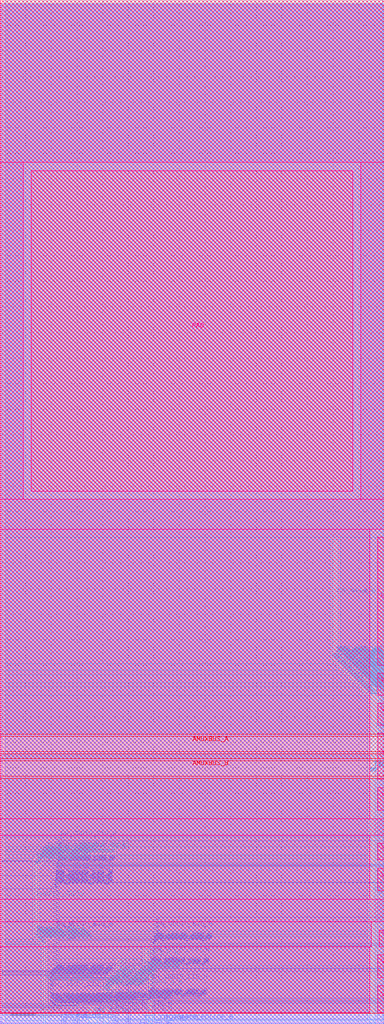
<source format=lef>
# Copyright 2020 The SkyWater PDK Authors
#
# Licensed under the Apache License, Version 2.0 (the "License");
# you may not use this file except in compliance with the License.
# You may obtain a copy of the License at
#
#     https://www.apache.org/licenses/LICENSE-2.0
#
# Unless required by applicable law or agreed to in writing, software
# distributed under the License is distributed on an "AS IS" BASIS,
# WITHOUT WARRANTIES OR CONDITIONS OF ANY KIND, either express or implied.
# See the License for the specific language governing permissions and
# limitations under the License.
#
# SPDX-License-Identifier: Apache-2.0

VERSION 5.7 ;
  NOWIREEXTENSIONATPIN ON ;
  DIVIDERCHAR "/" ;
  BUSBITCHARS "[]" ;
MACRO sky130_fd_io__top_xres4v2
  CLASS BLOCK ;
  FOREIGN sky130_fd_io__top_xres4v2 ;
  ORIGIN  0.000000  0.000000 ;
  SIZE  75.00000 BY  200.0000 ;
  SYMMETRY R90 ;
  PIN AMUXBUS_A
    DIRECTION INOUT ;
    USE SIGNAL ;
    PORT
      LAYER met4 ;
        RECT 0.000000 53.125000 75.000000 56.105000 ;
    END
  END AMUXBUS_A
  PIN AMUXBUS_B
    DIRECTION INOUT ;
    USE SIGNAL ;
    PORT
      LAYER met4 ;
        RECT 0.000000 48.365000 75.000000 51.345000 ;
    END
  END AMUXBUS_B
  PIN DISABLE_PULLUP_H
    DIRECTION INPUT ;
    USE SIGNAL ;
    PORT
      LAYER met2 ;
        RECT 32.760000 0.000000 33.020000 0.640000 ;
    END
  END DISABLE_PULLUP_H
  PIN ENABLE_H
    DIRECTION INPUT ;
    USE SIGNAL ;
    PORT
      LAYER met2 ;
        RECT 12.285000 0.000000 12.545000 1.470000 ;
    END
  END ENABLE_H
  PIN ENABLE_VDDIO
    DIRECTION INPUT ;
    USE SIGNAL ;
    PORT
      LAYER met3 ;
        RECT 6.775000 16.895000 7.290000 17.410000 ;
    END
    PORT
      LAYER met3 ;
        RECT 6.775000 17.410000 7.295000 31.400000 ;
    END
    PORT
      LAYER met3 ;
        RECT 6.775000 17.410000 7.400000 17.515000 ;
    END
    PORT
      LAYER met3 ;
        RECT 6.775000 17.515000 7.295000 17.620000 ;
    END
    PORT
      LAYER met3 ;
        RECT 6.775000 17.620000 7.295000 31.295000 ;
    END
    PORT
      LAYER met3 ;
        RECT 6.775000 31.400000 7.400000 31.505000 ;
    END
    PORT
      LAYER met3 ;
        RECT 6.775000 31.505000 7.150000 31.880000 ;
    END
    PORT
      LAYER met3 ;
        RECT 6.840000 17.345000 7.505000 17.410000 ;
    END
    PORT
      LAYER met3 ;
        RECT 6.925000 31.505000 7.505000 31.655000 ;
    END
    PORT
      LAYER met3 ;
        RECT 7.150000 31.880000 7.865000 32.595000 ;
    END
    PORT
      LAYER met3 ;
        RECT 7.290000 16.445000 7.740000 16.895000 ;
    END
    PORT
      LAYER met3 ;
        RECT 7.290000 16.895000 7.870000 17.045000 ;
    END
    PORT
      LAYER met3 ;
        RECT 7.295000 17.045000 7.870000 17.620000 ;
    END
    PORT
      LAYER met3 ;
        RECT 7.295000 31.295000 7.880000 31.880000 ;
    END
    PORT
      LAYER met3 ;
        RECT 7.375000 31.955000 7.955000 32.105000 ;
    END
    PORT
      LAYER met3 ;
        RECT 7.440000 16.745000 8.020000 16.895000 ;
    END
    PORT
      LAYER met3 ;
        RECT 7.525000 32.105000 8.105000 32.255000 ;
    END
    PORT
      LAYER met3 ;
        RECT 7.675000 32.255000 8.255000 32.405000 ;
    END
    PORT
      LAYER met3 ;
        RECT 7.740000 15.995000 8.190000 16.445000 ;
    END
    PORT
      LAYER met3 ;
        RECT 7.865000 32.595000 8.450000 33.180000 ;
    END
    PORT
      LAYER met3 ;
        RECT 7.870000 16.585000 8.330000 17.045000 ;
    END
    PORT
      LAYER met3 ;
        RECT 7.880000 31.880000 8.595000 32.595000 ;
    END
    PORT
      LAYER met3 ;
        RECT 7.890000 16.295000 8.470000 16.445000 ;
    END
    PORT
      LAYER met3 ;
        RECT 8.125000 32.705000 8.705000 32.855000 ;
    END
    PORT
      LAYER met3 ;
        RECT 8.190000 15.785000 8.400000 15.995000 ;
    END
    PORT
      LAYER met3 ;
        RECT 8.275000 32.855000 8.855000 33.005000 ;
    END
    PORT
      LAYER met3 ;
        RECT 8.330000 15.995000 8.920000 16.585000 ;
    END
    PORT
      LAYER met3 ;
        RECT 8.400000 0.000000 8.920000 15.785000 ;
    END
    PORT
      LAYER met3 ;
        RECT 8.400000 1.135000 8.920000 15.995000 ;
    END
    PORT
      LAYER met3 ;
        RECT 8.450000 33.180000 8.970000 33.700000 ;
    END
    PORT
      LAYER met3 ;
        RECT 8.595000 32.595000 9.180000 33.180000 ;
    END
    PORT
      LAYER met3 ;
        RECT 8.815000 33.395000 22.275000 33.545000 ;
    END
    PORT
      LAYER met3 ;
        RECT 8.970000 33.700000 9.395000 34.125000 ;
    END
    PORT
      LAYER met3 ;
        RECT 9.115000 33.695000 22.275000 33.845000 ;
    END
    PORT
      LAYER met3 ;
        RECT 9.180000 33.180000 9.395000 33.395000 ;
    END
    PORT
      LAYER met3 ;
        RECT 9.395000 33.995000 22.275000 34.125000 ;
    END
  END ENABLE_VDDIO
  PIN EN_VDDIO_SIG_H
    DIRECTION INPUT ;
    USE SIGNAL ;
    PORT
      LAYER met2 ;
        RECT 10.035000 3.905000 10.350000 4.220000 ;
    END
    PORT
      LAYER met2 ;
        RECT 10.045000 4.220000 10.405000 4.580000 ;
    END
    PORT
      LAYER met2 ;
        RECT 10.085000 9.250000 10.385000 9.320000 ;
    END
    PORT
      LAYER met2 ;
        RECT 10.140000 4.115000 10.440000 4.185000 ;
    END
    PORT
      LAYER met2 ;
        RECT 10.165000 9.400000 10.495000 9.730000 ;
    END
    PORT
      LAYER met2 ;
        RECT 10.210000 4.045000 10.510000 4.115000 ;
    END
    PORT
      LAYER met2 ;
        RECT 10.295000 9.460000 10.595000 9.530000 ;
    END
    PORT
      LAYER met2 ;
        RECT 10.335000 9.200000 10.535000 9.400000 ;
    END
    PORT
      LAYER met2 ;
        RECT 10.350000 3.575000 10.680000 3.905000 ;
    END
    PORT
      LAYER met2 ;
        RECT 10.365000 9.530000 10.665000 9.600000 ;
    END
    PORT
      LAYER met2 ;
        RECT 10.405000 3.930000 10.695000 4.220000 ;
    END
    PORT
      LAYER met2 ;
        RECT 10.420000 3.835000 10.720000 3.905000 ;
    END
    PORT
      LAYER met2 ;
        RECT 10.490000 3.765000 10.790000 3.835000 ;
    END
    PORT
      LAYER met2 ;
        RECT 10.495000 9.730000 10.865000 10.100000 ;
    END
    PORT
      LAYER met2 ;
        RECT 10.535000 9.400000 10.865000 9.730000 ;
    END
    PORT
      LAYER met2 ;
        RECT 10.575000 9.740000 10.875000 9.810000 ;
    END
    PORT
      LAYER met2 ;
        RECT 10.645000 9.810000 10.945000 9.880000 ;
    END
    PORT
      LAYER met2 ;
        RECT 10.650000 26.610000 10.865000 26.825000 ;
    END
    PORT
      LAYER met2 ;
        RECT 10.650000 26.825000 11.125000 27.085000 ;
    END
    PORT
      LAYER met2 ;
        RECT 10.650000 27.085000 10.910000 28.005000 ;
    END
    PORT
      LAYER met2 ;
        RECT 10.650000 27.085000 11.055000 27.155000 ;
    END
    PORT
      LAYER met2 ;
        RECT 10.650000 27.155000 10.985000 27.225000 ;
    END
    PORT
      LAYER met2 ;
        RECT 10.650000 27.295000 10.910000 27.300000 ;
    END
    PORT
      LAYER met2 ;
        RECT 10.650000 27.300000 10.910000 27.935000 ;
    END
    PORT
      LAYER met2 ;
        RECT 10.650000 28.005000 10.980000 28.075000 ;
    END
    PORT
      LAYER met2 ;
        RECT 10.650000 28.075000 11.050000 28.145000 ;
    END
    PORT
      LAYER met2 ;
        RECT 10.650000 28.150000 11.125000 28.410000 ;
    END
    PORT
      LAYER met2 ;
        RECT 10.650000 28.410000 10.865000 28.625000 ;
    END
    PORT
      LAYER met2 ;
        RECT 10.655000 26.820000 11.125000 26.825000 ;
    END
    PORT
      LAYER met2 ;
        RECT 10.680000 3.435000 10.820000 3.575000 ;
    END
    PORT
      LAYER met2 ;
        RECT 10.680000 3.575000 15.025000 3.645000 ;
    END
    PORT
      LAYER met2 ;
        RECT 10.695000 3.695000 10.930000 3.930000 ;
    END
    PORT
      LAYER met2 ;
        RECT 10.715000 9.880000 11.015000 9.950000 ;
    END
    PORT
      LAYER met2 ;
        RECT 10.720000 28.410000 11.125000 28.480000 ;
    END
    PORT
      LAYER met2 ;
        RECT 10.725000 26.750000 11.125000 26.820000 ;
    END
    PORT
      LAYER met2 ;
        RECT 10.790000 28.480000 11.125000 28.550000 ;
    END
    PORT
      LAYER met2 ;
        RECT 10.820000 3.435000 14.885000 3.695000 ;
    END
    PORT
      LAYER met2 ;
        RECT 10.865000 10.045000 11.125000 10.100000 ;
    END
    PORT
      LAYER met2 ;
        RECT 10.865000 10.100000 11.125000 26.610000 ;
    END
    PORT
      LAYER met2 ;
        RECT 10.865000 28.150000 11.125000 31.140000 ;
    END
    PORT
      LAYER met2 ;
        RECT 10.865000 28.620000 11.125000 28.625000 ;
    END
    PORT
      LAYER met2 ;
        RECT 10.865000 28.625000 11.125000 31.085000 ;
    END
    PORT
      LAYER met2 ;
        RECT 10.865000 31.140000 11.180000 31.195000 ;
    END
    PORT
      LAYER met2 ;
        RECT 10.865000 31.195000 11.125000 31.455000 ;
    END
    PORT
      LAYER met2 ;
        RECT 10.865000 9.730000 11.125000 9.990000 ;
    END
    PORT
      LAYER met2 ;
        RECT 10.865000 9.990000 11.125000 27.085000 ;
    END
    PORT
      LAYER met2 ;
        RECT 10.910000 27.085000 11.125000 27.300000 ;
    END
    PORT
      LAYER met2 ;
        RECT 10.910000 27.935000 11.125000 28.150000 ;
    END
    PORT
      LAYER met2 ;
        RECT 11.005000 31.265000 11.305000 31.335000 ;
    END
    PORT
      LAYER met2 ;
        RECT 11.125000 31.085000 11.270000 31.230000 ;
    END
    PORT
      LAYER met2 ;
        RECT 11.125000 31.455000 11.260000 31.590000 ;
    END
    PORT
      LAYER met2 ;
        RECT 11.260000 31.480000 11.520000 36.020000 ;
    END
    PORT
      LAYER met2 ;
        RECT 11.260000 31.535000 11.520000 31.590000 ;
    END
    PORT
      LAYER met2 ;
        RECT 11.260000 36.020000 12.150000 36.280000 ;
    END
    PORT
      LAYER met2 ;
        RECT 11.270000 31.230000 11.495000 31.455000 ;
    END
    PORT
      LAYER met2 ;
        RECT 11.495000 31.455000 11.520000 31.480000 ;
    END
    PORT
      LAYER met2 ;
        RECT 14.775000 3.695000 14.875000 3.795000 ;
    END
    PORT
      LAYER met2 ;
        RECT 14.875000 3.795000 15.145000 4.065000 ;
    END
    PORT
      LAYER met2 ;
        RECT 14.885000 3.435000 15.245000 3.795000 ;
    END
    PORT
      LAYER met2 ;
        RECT 14.985000 3.835000 15.285000 3.905000 ;
    END
    PORT
      LAYER met2 ;
        RECT 15.055000 3.905000 15.355000 3.975000 ;
    END
    PORT
      LAYER met2 ;
        RECT 15.145000 4.065000 15.515000 4.435000 ;
    END
    PORT
      LAYER met2 ;
        RECT 15.245000 3.795000 15.515000 4.065000 ;
    END
    PORT
      LAYER met2 ;
        RECT 15.265000 4.115000 15.565000 4.185000 ;
    END
    PORT
      LAYER met2 ;
        RECT 15.335000 4.185000 15.635000 4.255000 ;
    END
    PORT
      LAYER met2 ;
        RECT 15.405000 4.255000 15.705000 4.325000 ;
    END
    PORT
      LAYER met2 ;
        RECT 15.515000 4.065000 15.885000 4.435000 ;
    END
    PORT
      LAYER met2 ;
        RECT 15.515000 4.435000 15.885000 4.805000 ;
    END
    PORT
      LAYER met2 ;
        RECT 15.615000 4.465000 15.915000 4.535000 ;
    END
    PORT
      LAYER met2 ;
        RECT 15.695000 4.545000 28.765000 4.615000 ;
    END
    PORT
      LAYER met2 ;
        RECT 15.765000 4.615000 28.835000 4.685000 ;
    END
    PORT
      LAYER met2 ;
        RECT 15.885000 4.435000 15.995000 4.545000 ;
    END
    PORT
      LAYER met2 ;
        RECT 15.885000 4.755000 28.975000 4.805000 ;
    END
    PORT
      LAYER met2 ;
        RECT 22.060000 4.245000 22.360000 4.545000 ;
    END
    PORT
      LAYER met2 ;
        RECT 22.065000 4.540000 22.940000 4.545000 ;
    END
    PORT
      LAYER met2 ;
        RECT 22.135000 4.470000 22.870000 4.540000 ;
    END
    PORT
      LAYER met2 ;
        RECT 22.205000 4.400000 22.800000 4.470000 ;
    END
    PORT
      LAYER met2 ;
        RECT 22.345000 4.260000 22.660000 4.330000 ;
    END
    PORT
      LAYER met2 ;
        RECT 22.350000 4.255000 22.660000 4.260000 ;
    END
    PORT
      LAYER met2 ;
        RECT 22.360000 0.000000 22.660000 4.245000 ;
    END
    PORT
      LAYER met2 ;
        RECT 22.360000 1.170000 22.660000 4.805000 ;
    END
    PORT
      LAYER met2 ;
        RECT 22.660000 4.260000 22.945000 4.545000 ;
    END
    PORT
      LAYER met2 ;
        RECT 28.655000 4.805000 28.755000 4.905000 ;
    END
    PORT
      LAYER met2 ;
        RECT 28.755000 4.905000 29.080000 5.230000 ;
    END
    PORT
      LAYER met2 ;
        RECT 28.765000 4.545000 29.125000 4.905000 ;
    END
    PORT
      LAYER met2 ;
        RECT 28.865000 4.945000 29.165000 5.015000 ;
    END
    PORT
      LAYER met2 ;
        RECT 28.935000 5.015000 29.235000 5.085000 ;
    END
    PORT
      LAYER met2 ;
        RECT 29.005000 5.085000 29.305000 5.155000 ;
    END
    PORT
      LAYER met2 ;
        RECT 29.080000 5.230000 29.320000 5.470000 ;
    END
    PORT
      LAYER met2 ;
        RECT 29.125000 4.905000 29.450000 5.230000 ;
    END
    PORT
      LAYER met2 ;
        RECT 29.320000 11.030000 29.635000 11.085000 ;
    END
    PORT
      LAYER met2 ;
        RECT 29.320000 11.085000 29.400000 11.165000 ;
    END
    PORT
      LAYER met2 ;
        RECT 29.320000 5.360000 29.580000 11.030000 ;
    END
    PORT
      LAYER met2 ;
        RECT 29.320000 5.415000 29.580000 5.470000 ;
    END
    PORT
      LAYER met2 ;
        RECT 29.320000 5.470000 29.580000 10.975000 ;
    END
    PORT
      LAYER met2 ;
        RECT 29.400000 11.165000 29.770000 11.535000 ;
    END
    PORT
      LAYER met2 ;
        RECT 29.450000 5.230000 29.580000 5.360000 ;
    END
    PORT
      LAYER met2 ;
        RECT 29.530000 11.225000 29.830000 11.295000 ;
    END
    PORT
      LAYER met2 ;
        RECT 29.580000 10.975000 29.770000 11.165000 ;
    END
    PORT
      LAYER met2 ;
        RECT 29.600000 11.295000 29.900000 11.365000 ;
    END
    PORT
      LAYER met2 ;
        RECT 29.770000 11.165000 30.030000 11.425000 ;
    END
    PORT
      LAYER met2 ;
        RECT 29.770000 11.425000 30.030000 15.700000 ;
    END
    PORT
      LAYER met2 ;
        RECT 29.770000 11.480000 30.030000 11.535000 ;
    END
    PORT
      LAYER met2 ;
        RECT 29.770000 11.535000 30.030000 15.645000 ;
    END
    PORT
      LAYER met2 ;
        RECT 29.770000 15.700000 30.085000 15.755000 ;
    END
    PORT
      LAYER met2 ;
        RECT 29.770000 15.755000 29.995000 15.980000 ;
    END
    PORT
      LAYER met2 ;
        RECT 29.840000 15.755000 30.140000 15.825000 ;
    END
    PORT
      LAYER met2 ;
        RECT 29.910000 15.825000 30.210000 15.895000 ;
    END
    PORT
      LAYER met2 ;
        RECT 29.995000 15.980000 30.365000 16.350000 ;
    END
    PORT
      LAYER met2 ;
        RECT 30.030000 15.645000 30.365000 15.980000 ;
    END
    PORT
      LAYER met2 ;
        RECT 30.120000 16.035000 30.420000 16.105000 ;
    END
    PORT
      LAYER met2 ;
        RECT 30.190000 16.105000 30.490000 16.175000 ;
    END
    PORT
      LAYER met2 ;
        RECT 30.365000 15.980000 30.625000 16.240000 ;
    END
    PORT
      LAYER met2 ;
        RECT 30.365000 16.240000 30.625000 16.350000 ;
    END
    PORT
      LAYER met2 ;
        RECT 30.365000 16.350000 30.625000 20.495000 ;
    END
    PORT
      LAYER met2 ;
        RECT 9.735000 4.220000 10.035000 4.520000 ;
    END
    PORT
      LAYER met2 ;
        RECT 9.735000 4.520000 10.050000 4.575000 ;
    END
    PORT
      LAYER met2 ;
        RECT 9.735000 4.520000 9.995000 8.915000 ;
    END
    PORT
      LAYER met2 ;
        RECT 9.735000 4.575000 9.995000 4.630000 ;
    END
    PORT
      LAYER met2 ;
        RECT 9.735000 4.630000 9.995000 8.860000 ;
    END
    PORT
      LAYER met2 ;
        RECT 9.735000 8.915000 10.050000 8.970000 ;
    END
    PORT
      LAYER met2 ;
        RECT 9.735000 8.970000 9.965000 9.200000 ;
    END
    PORT
      LAYER met2 ;
        RECT 9.790000 4.465000 10.105000 4.520000 ;
    END
    PORT
      LAYER met2 ;
        RECT 9.805000 8.970000 10.105000 9.040000 ;
    END
    PORT
      LAYER met2 ;
        RECT 9.860000 4.395000 10.160000 4.465000 ;
    END
    PORT
      LAYER met2 ;
        RECT 9.875000 9.040000 10.175000 9.110000 ;
    END
    PORT
      LAYER met2 ;
        RECT 9.930000 4.325000 10.230000 4.395000 ;
    END
    PORT
      LAYER met2 ;
        RECT 9.965000 9.200000 10.165000 9.400000 ;
    END
    PORT
      LAYER met2 ;
        RECT 9.995000 8.860000 10.335000 9.200000 ;
    END
  END EN_VDDIO_SIG_H
  PIN FILT_IN_H
    DIRECTION INPUT ;
    USE SIGNAL ;
    PORT
      LAYER met3 ;
        RECT 20.075000 0.000000 21.225000 6.670000 ;
    END
    PORT
      LAYER met3 ;
        RECT 20.075000 3.410000 21.225000 6.820000 ;
    END
    PORT
      LAYER met3 ;
        RECT 20.075000 6.820000 21.375000 6.970000 ;
    END
    PORT
      LAYER met3 ;
        RECT 20.075000 6.970000 21.525000 7.120000 ;
    END
    PORT
      LAYER met3 ;
        RECT 20.075000 7.120000 21.675000 7.150000 ;
    END
    PORT
      LAYER met3 ;
        RECT 20.075000 7.150000 21.015000 8.090000 ;
    END
    PORT
      LAYER met3 ;
        RECT 20.225000 7.150000 21.705000 7.300000 ;
    END
    PORT
      LAYER met3 ;
        RECT 20.375000 7.300000 21.855000 7.450000 ;
    END
    PORT
      LAYER met3 ;
        RECT 20.525000 7.450000 22.005000 7.600000 ;
    END
    PORT
      LAYER met3 ;
        RECT 20.675000 7.600000 22.155000 7.750000 ;
    END
    PORT
      LAYER met3 ;
        RECT 20.825000 7.750000 22.305000 7.900000 ;
    END
    PORT
      LAYER met3 ;
        RECT 21.015000 8.090000 21.515000 8.590000 ;
    END
    PORT
      LAYER met3 ;
        RECT 21.225000 6.670000 22.645000 8.090000 ;
    END
    PORT
      LAYER met3 ;
        RECT 21.275000 8.200000 22.755000 8.350000 ;
    END
    PORT
      LAYER met3 ;
        RECT 21.515000 8.590000 22.905000 9.980000 ;
    END
    PORT
      LAYER met3 ;
        RECT 21.725000 8.650000 23.205000 8.800000 ;
    END
    PORT
      LAYER met3 ;
        RECT 21.875000 8.800000 23.355000 8.950000 ;
    END
    PORT
      LAYER met3 ;
        RECT 22.025000 8.950000 23.505000 9.100000 ;
    END
    PORT
      LAYER met3 ;
        RECT 22.175000 9.100000 23.655000 9.250000 ;
    END
    PORT
      LAYER met3 ;
        RECT 22.325000 9.250000 23.805000 9.400000 ;
    END
    PORT
      LAYER met3 ;
        RECT 22.570000 9.495000 24.050000 9.645000 ;
    END
    PORT
      LAYER met3 ;
        RECT 22.645000 8.090000 23.145000 8.590000 ;
    END
    PORT
      LAYER met3 ;
        RECT 22.720000 9.645000 24.050000 9.795000 ;
    END
    PORT
      LAYER met3 ;
        RECT 22.905000 9.495000 24.050000 9.980000 ;
    END
    PORT
      LAYER met3 ;
        RECT 22.905000 9.980000 24.050000 12.265000 ;
    END
    PORT
      LAYER met3 ;
        RECT 23.145000 8.590000 24.050000 9.495000 ;
    END
  END FILT_IN_H
  PIN INP_SEL_H
    DIRECTION INPUT ;
    USE SIGNAL ;
    PORT
      LAYER met1 ;
        RECT 24.905000 0.000000 25.135000 9.975000 ;
    END
  END INP_SEL_H
  PIN PAD
    DIRECTION INOUT ;
    USE SIGNAL ;
    PORT
      LAYER met5 ;
        RECT 6.100000 104.010000 68.800000 166.625000 ;
    END
  END PAD
  PIN PAD_A_ESD_H
    DIRECTION INOUT ;
    USE SIGNAL ;
    PORT
      LAYER met3 ;
        RECT 17.245000 0.000000 18.910000 3.135000 ;
    END
  END PAD_A_ESD_H
  PIN PULLUP_H
    DIRECTION INOUT ;
    USE SIGNAL ;
    PORT
      LAYER met2 ;
        RECT 14.555000 0.000000 15.135000 0.985000 ;
    END
  END PULLUP_H
  PIN TIE_HI_ESD
    DIRECTION OUTPUT ;
    USE SIGNAL ;
    PORT
      LAYER met2 ;
        RECT 30.505000 0.000000 31.155000 0.330000 ;
    END
  END TIE_HI_ESD
  PIN TIE_LO_ESD
    DIRECTION OUTPUT ;
    USE SIGNAL ;
    PORT
      LAYER met2 ;
        RECT 27.580000 0.000000 28.230000 0.330000 ;
    END
  END TIE_LO_ESD
  PIN TIE_WEAK_HI_H
    DIRECTION INOUT ;
    USE SIGNAL ;
    PORT
      LAYER met3 ;
        RECT 64.860000 70.750000 66.040000 71.930000 ;
    END
    PORT
      LAYER met3 ;
        RECT 64.860000 71.930000 65.990000 72.400000 ;
    END
    PORT
      LAYER met3 ;
        RECT 64.860000 71.930000 66.310000 72.080000 ;
    END
    PORT
      LAYER met3 ;
        RECT 64.860000 72.080000 66.160000 72.230000 ;
    END
    PORT
      LAYER met3 ;
        RECT 64.860000 72.400000 65.990000 94.645000 ;
    END
    PORT
      LAYER met3 ;
        RECT 64.990000 71.800000 66.460000 71.930000 ;
    END
    PORT
      LAYER met3 ;
        RECT 65.140000 71.650000 66.590000 71.800000 ;
    END
    PORT
      LAYER met3 ;
        RECT 65.290000 71.500000 66.740000 71.650000 ;
    END
    PORT
      LAYER met3 ;
        RECT 65.440000 71.350000 66.890000 71.500000 ;
    END
    PORT
      LAYER met3 ;
        RECT 65.590000 71.200000 67.040000 71.350000 ;
    END
    PORT
      LAYER met3 ;
        RECT 65.990000 72.210000 66.180000 72.400000 ;
    END
    PORT
      LAYER met3 ;
        RECT 66.040000 69.400000 67.390000 70.750000 ;
    END
    PORT
      LAYER met3 ;
        RECT 66.040000 70.750000 67.490000 70.900000 ;
    END
    PORT
      LAYER met3 ;
        RECT 66.180000 71.000000 67.390000 72.210000 ;
    END
    PORT
      LAYER met3 ;
        RECT 66.190000 70.600000 67.640000 70.750000 ;
    END
    PORT
      LAYER met3 ;
        RECT 66.340000 70.450000 67.790000 70.600000 ;
    END
    PORT
      LAYER met3 ;
        RECT 66.490000 70.300000 67.940000 70.450000 ;
    END
    PORT
      LAYER met3 ;
        RECT 66.640000 70.150000 68.090000 70.300000 ;
    END
    PORT
      LAYER met3 ;
        RECT 66.940000 69.850000 68.390000 70.000000 ;
    END
    PORT
      LAYER met3 ;
        RECT 67.090000 69.700000 68.540000 69.850000 ;
    END
    PORT
      LAYER met3 ;
        RECT 67.390000 68.535000 68.255000 69.400000 ;
    END
    PORT
      LAYER met3 ;
        RECT 67.390000 69.400000 68.840000 69.550000 ;
    END
    PORT
      LAYER met3 ;
        RECT 67.390000 70.035000 68.355000 71.000000 ;
    END
    PORT
      LAYER met3 ;
        RECT 67.540000 69.250000 68.990000 69.400000 ;
    END
    PORT
      LAYER met3 ;
        RECT 67.690000 69.100000 69.140000 69.250000 ;
    END
    PORT
      LAYER met3 ;
        RECT 67.840000 68.950000 69.290000 69.100000 ;
    END
    PORT
      LAYER met3 ;
        RECT 67.990000 68.800000 69.440000 68.950000 ;
    END
    PORT
      LAYER met3 ;
        RECT 68.255000 67.000000 69.790000 68.535000 ;
    END
    PORT
      LAYER met3 ;
        RECT 68.355000 68.535000 69.855000 70.035000 ;
    END
    PORT
      LAYER met3 ;
        RECT 68.440000 68.350000 69.890000 68.500000 ;
    END
    PORT
      LAYER met3 ;
        RECT 68.590000 68.200000 70.040000 68.350000 ;
    END
    PORT
      LAYER met3 ;
        RECT 68.740000 68.050000 70.190000 68.200000 ;
    END
    PORT
      LAYER met3 ;
        RECT 68.890000 67.900000 70.340000 68.050000 ;
    END
    PORT
      LAYER met3 ;
        RECT 69.190000 67.600000 70.640000 67.750000 ;
    END
    PORT
      LAYER met3 ;
        RECT 69.340000 67.450000 70.790000 67.600000 ;
    END
    PORT
      LAYER met3 ;
        RECT 69.490000 67.300000 70.940000 67.450000 ;
    END
    PORT
      LAYER met3 ;
        RECT 69.790000 66.200000 70.590000 67.000000 ;
    END
    PORT
      LAYER met3 ;
        RECT 69.790000 67.000000 71.240000 67.150000 ;
    END
    PORT
      LAYER met3 ;
        RECT 69.855000 67.800000 70.590000 68.535000 ;
    END
    PORT
      LAYER met3 ;
        RECT 69.940000 66.850000 71.390000 67.000000 ;
    END
    PORT
      LAYER met3 ;
        RECT 70.090000 66.700000 71.540000 66.850000 ;
    END
    PORT
      LAYER met3 ;
        RECT 70.240000 66.550000 71.690000 66.700000 ;
    END
    PORT
      LAYER met3 ;
        RECT 70.390000 66.400000 71.840000 66.550000 ;
    END
    PORT
      LAYER met3 ;
        RECT 70.590000 64.600000 72.190000 66.200000 ;
    END
    PORT
      LAYER met3 ;
        RECT 70.590000 66.200000 72.190000 67.800000 ;
    END
    PORT
      LAYER met3 ;
        RECT 70.840000 65.950000 72.290000 66.100000 ;
    END
    PORT
      LAYER met3 ;
        RECT 70.990000 65.800000 72.440000 65.950000 ;
    END
    PORT
      LAYER met3 ;
        RECT 71.140000 65.650000 72.590000 65.800000 ;
    END
    PORT
      LAYER met3 ;
        RECT 71.290000 65.500000 72.740000 65.650000 ;
    END
    PORT
      LAYER met3 ;
        RECT 71.440000 65.350000 72.890000 65.500000 ;
    END
    PORT
      LAYER met3 ;
        RECT 71.590000 65.200000 73.040000 65.350000 ;
    END
    PORT
      LAYER met3 ;
        RECT 71.740000 65.050000 73.190000 65.200000 ;
    END
    PORT
      LAYER met3 ;
        RECT 71.890000 64.900000 73.340000 65.050000 ;
    END
    PORT
      LAYER met3 ;
        RECT 72.190000 0.000000 73.260000 49.320000 ;
    END
    PORT
      LAYER met3 ;
        RECT 72.190000 0.725000 73.260000 49.470000 ;
    END
    PORT
      LAYER met3 ;
        RECT 72.190000 49.470000 73.410000 49.620000 ;
    END
    PORT
      LAYER met3 ;
        RECT 72.190000 49.620000 73.560000 49.770000 ;
    END
    PORT
      LAYER met3 ;
        RECT 72.190000 49.770000 73.710000 49.920000 ;
    END
    PORT
      LAYER met3 ;
        RECT 72.190000 49.985000 73.925000 64.465000 ;
    END
    PORT
      LAYER met3 ;
        RECT 72.190000 64.465000 73.860000 64.530000 ;
    END
    PORT
      LAYER met3 ;
        RECT 72.190000 64.465000 73.925000 66.200000 ;
    END
    PORT
      LAYER met3 ;
        RECT 72.190000 64.530000 73.795000 64.595000 ;
    END
    PORT
      LAYER met3 ;
        RECT 72.190000 64.595000 73.790000 64.600000 ;
    END
    PORT
      LAYER met3 ;
        RECT 73.260000 49.320000 73.925000 49.985000 ;
    END
  END TIE_WEAK_HI_H
  PIN XRES_H_N
    DIRECTION OUTPUT ;
    USE SIGNAL ;
    PORT
      LAYER met3 ;
        RECT 28.170000 10.145000 28.635000 10.610000 ;
    END
    PORT
      LAYER met3 ;
        RECT 28.170000 10.610000 28.900000 10.910000 ;
    END
    PORT
      LAYER met3 ;
        RECT 28.170000 10.610000 29.050000 10.760000 ;
    END
    PORT
      LAYER met3 ;
        RECT 28.170000 10.910000 28.900000 14.770000 ;
    END
    PORT
      LAYER met3 ;
        RECT 28.185000 10.595000 29.200000 10.610000 ;
    END
    PORT
      LAYER met3 ;
        RECT 28.335000 10.445000 29.215000 10.595000 ;
    END
    PORT
      LAYER met3 ;
        RECT 28.635000 9.845000 28.935000 10.145000 ;
    END
    PORT
      LAYER met3 ;
        RECT 28.900000 10.145000 29.665000 10.910000 ;
    END
    PORT
      LAYER met3 ;
        RECT 28.935000 0.000000 29.665000 9.845000 ;
    END
    PORT
      LAYER met3 ;
        RECT 28.935000 4.005000 29.665000 10.145000 ;
    END
  END XRES_H_N
  PIN VCCD
    DIRECTION INPUT ;
    USE POWER ;
    PORT
      LAYER met5 ;
        RECT 73.730000 8.985000 75.000000 13.435000 ;
    END
  END VCCD
  PIN VCCHIB
    DIRECTION INPUT ;
    USE POWER ;
    PORT
      LAYER met5 ;
        RECT 73.730000 2.135000 75.000000 7.385000 ;
    END
  END VCCHIB
  PIN VDDA
    DIRECTION INPUT ;
    USE POWER ;
    PORT
      LAYER met5 ;
        RECT 74.035000 15.035000 75.000000 18.285000 ;
    END
  END VDDA
  PIN VDDIO
    DIRECTION INPUT ;
    USE POWER ;
    PORT
      LAYER met5 ;
        RECT 73.730000 70.035000 75.000000 94.985000 ;
    END
  END VDDIO
  PIN VDDIO_Q
    DIRECTION INPUT ;
    USE POWER ;
    PORT
      LAYER met5 ;
        RECT 73.730000 64.185000 75.000000 68.435000 ;
    END
  END VDDIO_Q
  PIN VSSA
    DIRECTION INPUT ;
    USE GROUND ;
    PORT
      LAYER met5 ;
        RECT 73.730000 47.735000 75.000000 56.735000 ;
    END
  END VSSA
  PIN VSSD
    DIRECTION INPUT ;
    USE GROUND ;
    PORT
      LAYER met5 ;
        RECT 73.730000 41.685000 75.000000 46.135000 ;
    END
  END VSSD
  PIN VSSIO
    DIRECTION INPUT ;
    USE GROUND ;
    PORT
      LAYER met5 ;
        RECT 73.730000 25.935000 75.000000 30.385000 ;
    END
  END VSSIO
  PIN VSSIO_Q
    DIRECTION INPUT ;
    USE GROUND ;
    PORT
      LAYER met5 ;
        RECT 73.730000 58.335000 75.000000 62.585000 ;
    END
  END VSSIO_Q
  PIN VSWITCH
    DIRECTION INPUT ;
    USE POWER ;
    PORT
      LAYER met5 ;
        RECT 73.730000 31.985000 75.000000 35.235000 ;
    END
  END VSWITCH
  OBS
    LAYER li1 ;
      RECT 0.000000 0.185000 75.000000 199.220000 ;
    LAYER met1 ;
      RECT  0.000000  0.000000 24.625000  10.255000 ;
      RECT  0.000000 10.255000 75.000000 199.210000 ;
      RECT 25.415000  0.000000 75.000000  10.255000 ;
    LAYER met2 ;
      RECT  0.340000  0.000000 12.005000   1.750000 ;
      RECT  0.340000  1.750000 22.080000   3.155000 ;
      RECT  0.340000  3.155000 10.400000   3.295000 ;
      RECT  0.340000  3.295000 10.070000   3.625000 ;
      RECT  0.340000  3.625000  9.755000   3.940000 ;
      RECT  0.340000  3.940000  9.455000   9.480000 ;
      RECT  0.340000  9.480000  9.685000   9.680000 ;
      RECT  0.340000  9.680000  9.885000  10.010000 ;
      RECT  0.340000 10.010000 10.215000  10.380000 ;
      RECT  0.340000 10.380000 10.585000  26.330000 ;
      RECT  0.340000 26.330000 10.370000  28.905000 ;
      RECT  0.340000 28.905000 10.585000  31.735000 ;
      RECT  0.340000 31.735000 10.845000  31.870000 ;
      RECT  0.340000 31.870000 10.980000  36.560000 ;
      RECT  0.340000 36.560000 74.915000 199.210000 ;
      RECT 10.275000  4.860000 15.235000   5.085000 ;
      RECT 10.275000  5.085000 28.375000   5.185000 ;
      RECT 10.275000  5.185000 28.475000   5.510000 ;
      RECT 10.275000  5.510000 28.800000   5.750000 ;
      RECT 10.275000  5.750000 29.040000   8.580000 ;
      RECT 10.615000  8.580000 29.040000   8.920000 ;
      RECT 10.685000  4.500000 14.865000   4.715000 ;
      RECT 10.685000  4.715000 15.235000   4.860000 ;
      RECT 10.815000  8.920000 29.040000   9.120000 ;
      RECT 10.975000  4.210000 14.595000   4.345000 ;
      RECT 10.975000  4.345000 14.865000   4.500000 ;
      RECT 11.145000  9.120000 29.040000   9.450000 ;
      RECT 11.190000 27.580000 74.915000  27.655000 ;
      RECT 11.210000  3.975000 14.495000   4.075000 ;
      RECT 11.210000  4.075000 14.595000   4.210000 ;
      RECT 11.405000  9.450000 29.040000  11.445000 ;
      RECT 11.405000 11.445000 29.120000  11.815000 ;
      RECT 11.405000 11.815000 29.490000  16.260000 ;
      RECT 11.405000 16.260000 29.715000  16.630000 ;
      RECT 11.405000 16.630000 30.085000  20.775000 ;
      RECT 11.405000 20.775000 74.915000  27.580000 ;
      RECT 11.405000 27.655000 74.915000  30.805000 ;
      RECT 11.550000 30.805000 74.915000  30.950000 ;
      RECT 11.775000 30.950000 74.915000  31.175000 ;
      RECT 11.800000 31.175000 74.915000  35.740000 ;
      RECT 12.430000 35.740000 74.915000  36.560000 ;
      RECT 12.825000  0.000000 14.275000   1.265000 ;
      RECT 12.825000  1.265000 22.080000   1.750000 ;
      RECT 15.415000  0.000000 22.080000   1.265000 ;
      RECT 15.525000  3.155000 22.080000   3.515000 ;
      RECT 15.795000  3.515000 22.080000   3.785000 ;
      RECT 16.165000  3.785000 22.080000   3.965000 ;
      RECT 16.165000  3.965000 21.780000   4.155000 ;
      RECT 16.275000  4.155000 21.780000   4.265000 ;
      RECT 22.940000  0.000000 27.300000   0.610000 ;
      RECT 22.940000  0.610000 32.480000   0.920000 ;
      RECT 22.940000  0.920000 74.915000   3.980000 ;
      RECT 23.225000  3.980000 74.915000   4.265000 ;
      RECT 28.510000  0.000000 30.225000   0.610000 ;
      RECT 29.405000  4.265000 74.915000   4.625000 ;
      RECT 29.730000  4.625000 74.915000   4.950000 ;
      RECT 29.860000  4.950000 74.915000  10.695000 ;
      RECT 30.050000 10.695000 74.915000  10.885000 ;
      RECT 30.310000 10.885000 74.915000  15.365000 ;
      RECT 30.645000 15.365000 74.915000  15.700000 ;
      RECT 30.905000 15.700000 74.915000  20.775000 ;
      RECT 31.435000  0.000000 32.480000   0.610000 ;
      RECT 33.300000  0.000000 74.915000   0.920000 ;
    LAYER met3 ;
      RECT  0.965000  0.625000  8.000000  15.385000 ;
      RECT  0.965000 15.385000  7.790000  15.595000 ;
      RECT  0.965000 15.595000  7.340000  16.045000 ;
      RECT  0.965000 16.045000  6.890000  16.495000 ;
      RECT  0.965000 16.495000  6.375000  32.280000 ;
      RECT  0.965000 32.280000  6.750000  32.995000 ;
      RECT  0.965000 32.995000  7.465000  33.580000 ;
      RECT  0.965000 33.580000  8.050000  34.100000 ;
      RECT  0.965000 34.100000  8.570000  34.525000 ;
      RECT  0.965000 34.525000 71.790000  64.200000 ;
      RECT  0.965000 64.200000 70.190000  65.800000 ;
      RECT  0.965000 65.800000 69.390000  66.600000 ;
      RECT  0.965000 66.600000 67.855000  68.135000 ;
      RECT  0.965000 68.135000 66.990000  69.000000 ;
      RECT  0.965000 69.000000 65.640000  70.350000 ;
      RECT  0.965000 70.350000 64.460000  95.045000 ;
      RECT  0.965000 95.045000 74.700000 200.000000 ;
      RECT  7.695000 18.020000 71.790000  30.895000 ;
      RECT  8.270000 17.445000 71.790000  18.020000 ;
      RECT  8.280000 30.895000 71.790000  31.480000 ;
      RECT  8.730000 16.985000 71.790000  17.445000 ;
      RECT  8.995000 31.480000 71.790000  32.195000 ;
      RECT  9.320000  0.625000 16.845000   3.535000 ;
      RECT  9.320000  3.535000 19.675000   8.490000 ;
      RECT  9.320000  8.490000 20.615000   8.990000 ;
      RECT  9.320000  8.990000 21.115000  10.380000 ;
      RECT  9.320000 10.380000 22.505000  12.665000 ;
      RECT  9.320000 12.665000 27.770000  15.170000 ;
      RECT  9.320000 15.170000 71.790000  16.985000 ;
      RECT  9.580000 32.195000 71.790000  32.780000 ;
      RECT  9.795000 32.780000 71.790000  32.995000 ;
      RECT 19.310000  0.625000 19.675000   3.535000 ;
      RECT 21.625000  0.625000 28.535000   6.270000 ;
      RECT 22.675000 32.995000 71.790000  34.525000 ;
      RECT 23.045000  6.270000 28.535000   7.690000 ;
      RECT 23.545000  7.690000 28.535000   8.190000 ;
      RECT 24.450000  8.190000 28.535000   9.445000 ;
      RECT 24.450000  9.445000 28.235000   9.745000 ;
      RECT 24.450000  9.745000 27.770000  12.665000 ;
      RECT 29.300000 11.310000 71.790000  15.170000 ;
      RECT 30.065000  0.625000 71.790000  11.310000 ;
      RECT 66.390000 72.800000 74.700000  95.045000 ;
      RECT 66.580000 72.610000 74.700000  72.800000 ;
      RECT 67.790000 71.400000 74.700000  72.610000 ;
      RECT 68.755000 70.435000 74.700000  71.400000 ;
      RECT 70.255000 68.935000 74.700000  70.435000 ;
      RECT 70.990000 68.200000 74.700000  68.935000 ;
      RECT 72.590000 66.600000 74.700000  68.200000 ;
      RECT 73.660000  0.625000 74.700000  48.920000 ;
      RECT 74.325000 48.920000 74.700000  66.600000 ;
    LAYER met4 ;
      RECT 0.000000  2.035000 75.000000  47.965000 ;
      RECT 0.000000 51.745000 75.000000  52.725000 ;
      RECT 0.000000 56.505000 75.000000 200.000000 ;
    LAYER met5 ;
      RECT  0.000000   2.135000 72.130000  15.035000 ;
      RECT  0.000000  15.035000 72.435000  19.885000 ;
      RECT  0.000000  19.885000 75.000000  24.335000 ;
      RECT  0.000000  24.335000 72.130000  36.835000 ;
      RECT  0.000000  36.835000 75.000000  40.085000 ;
      RECT  0.000000  40.085000 72.130000  96.585000 ;
      RECT  0.000000  96.585000 75.000000 102.410000 ;
      RECT  0.000000 102.410000  4.500000 168.225000 ;
      RECT  0.000000 168.225000 75.000000 200.000000 ;
      RECT 70.400000 102.410000 75.000000 168.225000 ;
  END
END sky130_fd_io__top_xres4v2
END LIBRARY

</source>
